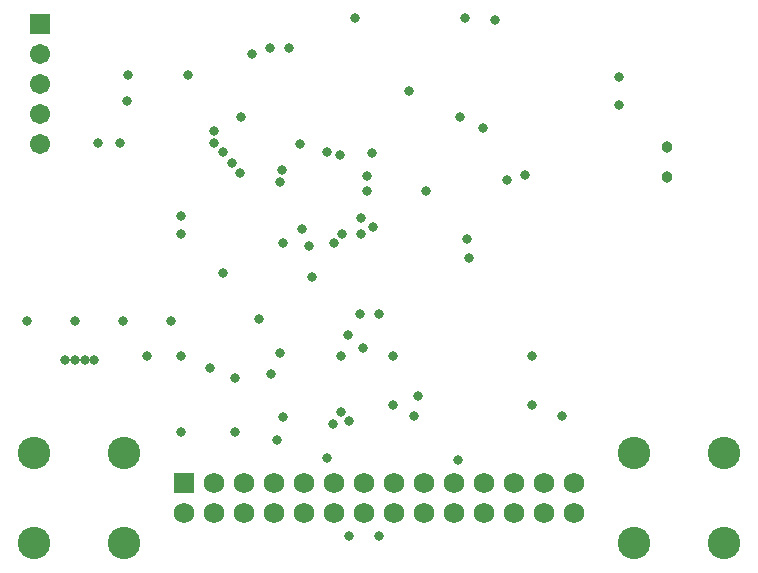
<source format=gbs>
%FSLAX25Y25*%
%MOIN*%
G70*
G01*
G75*
G04 Layer_Color=16711935*
%ADD10R,0.05200X0.04250*%
%ADD11R,0.04250X0.05200*%
%ADD12R,0.03150X0.02362*%
%ADD13R,0.03400X0.03100*%
%ADD14R,0.03100X0.03400*%
%ADD15R,0.03200X0.05000*%
%ADD16R,0.04724X0.01181*%
%ADD17R,0.01181X0.04724*%
%ADD18R,0.01772X0.05709*%
%ADD19O,0.01772X0.05709*%
%ADD20R,0.14000X0.08900*%
%ADD21R,0.04700X0.08600*%
%ADD22R,0.04000X0.05500*%
%ADD23R,0.01600X0.03500*%
%ADD24R,0.02992X0.09449*%
%ADD25O,0.02992X0.09449*%
%ADD26C,0.01200*%
%ADD27C,0.02000*%
%ADD28C,0.03000*%
%ADD29C,0.01000*%
%ADD30C,0.03500*%
%ADD31R,0.06000X0.06000*%
%ADD32C,0.06000*%
%ADD33C,0.10000*%
%ADD34R,0.05906X0.05906*%
%ADD35C,0.05906*%
%ADD36C,0.02400*%
%ADD37C,0.03000*%
%ADD38C,0.04000*%
%ADD39C,0.08000*%
G04:AMPARAMS|DCode=40|XSize=120mil|YSize=120mil|CornerRadius=0mil|HoleSize=0mil|Usage=FLASHONLY|Rotation=0.000|XOffset=0mil|YOffset=0mil|HoleType=Round|Shape=Relief|Width=20mil|Gap=10mil|Entries=4|*
%AMTHD40*
7,0,0,0.12000,0.10000,0.02000,45*
%
%ADD40THD40*%
G04:AMPARAMS|DCode=41|XSize=95.433mil|YSize=95.433mil|CornerRadius=0mil|HoleSize=0mil|Usage=FLASHONLY|Rotation=0.000|XOffset=0mil|YOffset=0mil|HoleType=Round|Shape=Relief|Width=20mil|Gap=10mil|Entries=4|*
%AMTHD41*
7,0,0,0.09543,0.07543,0.02000,45*
%
%ADD41THD41*%
%ADD42C,0.07543*%
G04:AMPARAMS|DCode=43|XSize=72mil|YSize=72mil|CornerRadius=0mil|HoleSize=0mil|Usage=FLASHONLY|Rotation=0.000|XOffset=0mil|YOffset=0mil|HoleType=Round|Shape=Relief|Width=20mil|Gap=10mil|Entries=4|*
%AMTHD43*
7,0,0,0.07200,0.05200,0.02000,45*
%
%ADD43THD43*%
%ADD44C,0.05200*%
G04:AMPARAMS|DCode=45|XSize=80mil|YSize=80mil|CornerRadius=0mil|HoleSize=0mil|Usage=FLASHONLY|Rotation=0.000|XOffset=0mil|YOffset=0mil|HoleType=Round|Shape=Relief|Width=20mil|Gap=10mil|Entries=4|*
%AMTHD45*
7,0,0,0.08000,0.06000,0.02000,45*
%
%ADD45THD45*%
%ADD46R,0.06000X0.05050*%
%ADD47R,0.05050X0.06000*%
%ADD48R,0.03950X0.03162*%
%ADD49R,0.04200X0.03900*%
%ADD50R,0.03900X0.04200*%
%ADD51R,0.04000X0.05800*%
%ADD52R,0.05524X0.01981*%
%ADD53R,0.01981X0.05524*%
%ADD54R,0.02572X0.06509*%
%ADD55O,0.02572X0.06509*%
%ADD56R,0.14800X0.09700*%
%ADD57R,0.05500X0.09400*%
%ADD58R,0.04800X0.06300*%
%ADD59R,0.02400X0.04300*%
%ADD60R,0.03792X0.10249*%
%ADD61O,0.03792X0.10249*%
%ADD62R,0.06800X0.06800*%
%ADD63C,0.06800*%
%ADD64C,0.10800*%
%ADD65R,0.06706X0.06706*%
%ADD66C,0.06706*%
%ADD67C,0.03200*%
%ADD68C,0.03800*%
D62*
X60000Y40000D02*
D03*
D63*
X70000Y30000D02*
D03*
X80000D02*
D03*
X90000D02*
D03*
X100000D02*
D03*
X110000D02*
D03*
X120000D02*
D03*
X130000D02*
D03*
X140000D02*
D03*
X150000D02*
D03*
X160000D02*
D03*
X170000D02*
D03*
X180000D02*
D03*
X190000D02*
D03*
X60000D02*
D03*
X70000Y40000D02*
D03*
X80000D02*
D03*
X90000D02*
D03*
X100000D02*
D03*
X110000D02*
D03*
X120000D02*
D03*
X130000D02*
D03*
X140000D02*
D03*
X150000D02*
D03*
X190000D02*
D03*
X170000D02*
D03*
X160000D02*
D03*
X180000D02*
D03*
D64*
X240000Y50000D02*
D03*
Y20000D02*
D03*
X210000Y50000D02*
D03*
Y20000D02*
D03*
X40000Y50000D02*
D03*
Y20000D02*
D03*
X10000Y50000D02*
D03*
Y20000D02*
D03*
D65*
X12000Y193000D02*
D03*
D66*
Y183000D02*
D03*
Y173000D02*
D03*
Y163000D02*
D03*
Y153000D02*
D03*
D67*
X153500Y195000D02*
D03*
X163500Y194500D02*
D03*
X102647Y108604D02*
D03*
X101542Y119000D02*
D03*
X89000Y76500D02*
D03*
X99142Y124642D02*
D03*
X110000Y120000D02*
D03*
X140500Y137500D02*
D03*
X173732Y142732D02*
D03*
X125000Y22500D02*
D03*
X115000D02*
D03*
X167500Y140945D02*
D03*
X38500Y153500D02*
D03*
X31100D02*
D03*
X115000Y60623D02*
D03*
X30000Y81000D02*
D03*
X26800D02*
D03*
X20400D02*
D03*
X23600D02*
D03*
X92000Y83500D02*
D03*
X73000Y110000D02*
D03*
X93000Y120000D02*
D03*
X85000Y94625D02*
D03*
X7500Y94000D02*
D03*
X23500D02*
D03*
X39500D02*
D03*
X55500D02*
D03*
X93000Y62000D02*
D03*
X186000Y62500D02*
D03*
X136500D02*
D03*
X129500Y66000D02*
D03*
X77000Y57000D02*
D03*
X59000D02*
D03*
X94875Y185000D02*
D03*
X151087Y47587D02*
D03*
X107500Y48500D02*
D03*
X109705Y59795D02*
D03*
X112264Y63736D02*
D03*
X90772Y54272D02*
D03*
X176000Y66000D02*
D03*
X59000Y129000D02*
D03*
Y123000D02*
D03*
X47500Y82500D02*
D03*
X68500Y78500D02*
D03*
X78500Y143500D02*
D03*
X76000Y146800D02*
D03*
X41000Y167500D02*
D03*
X98500Y153000D02*
D03*
X88500Y185000D02*
D03*
X41150Y176150D02*
D03*
X61350D02*
D03*
X70000Y153500D02*
D03*
Y157500D02*
D03*
X121000Y142500D02*
D03*
X121000Y137500D02*
D03*
X125000Y96500D02*
D03*
X129500Y82500D02*
D03*
X176000D02*
D03*
X138000Y69000D02*
D03*
X119000Y123000D02*
D03*
X122500Y150000D02*
D03*
X77000Y75000D02*
D03*
X73000Y150500D02*
D03*
X118500Y96500D02*
D03*
X112500Y123000D02*
D03*
X119500Y85000D02*
D03*
X114500Y89500D02*
D03*
X112264Y82264D02*
D03*
X205000Y166000D02*
D03*
Y175500D02*
D03*
X107500Y150500D02*
D03*
X112000Y149500D02*
D03*
X117000Y195000D02*
D03*
X79000Y162000D02*
D03*
X82500Y183000D02*
D03*
X59000Y82500D02*
D03*
X155000Y115000D02*
D03*
X154250Y121250D02*
D03*
X92000Y140500D02*
D03*
X123000Y125500D02*
D03*
X92500Y144500D02*
D03*
X119000Y128500D02*
D03*
X159500Y158500D02*
D03*
X152000Y162000D02*
D03*
X134854Y170646D02*
D03*
D68*
X221000Y142000D02*
D03*
Y152000D02*
D03*
M02*

</source>
